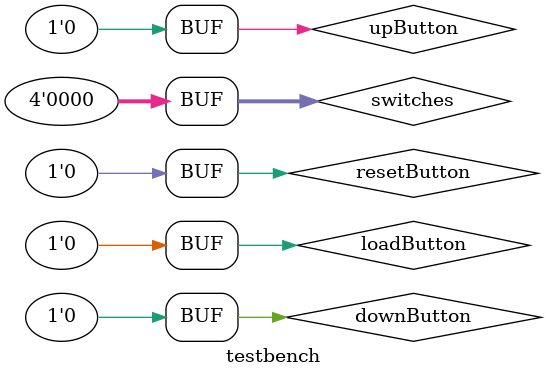
<source format=v>
`timescale 1ms/1us

module testbench();
	
	reg upButton;
	reg downButton;
	reg loadButton;
	reg resetButton;
	reg [3:0] switches;
	reg testClock;
	wire [3:0] counter;
	
	FourBitCounterWithLoad #(.CLOCK_SCALER_BITS(2)) u0sut (
		.upButton(upButton),
		.downButton(downButton),
		.loadButton(loadButton),
		.resetButton(resetButton),
		.switches(switches),
		.systemClock(testClock),
		.counter(counter)
	);

	
	parameter HIGH 	= 1'b1;
	parameter LOW	= 1'b0;
	
	initial
		begin
			
			upButton	= LOW;
			downButton	= LOW;
			loadButton	= LOW;
			resetButton = LOW;
			switches	= 4'b0000;
			
			#20  	resetButton = HIGH;
			#30		resetButton = LOW;
			
			#100	upButton	= HIGH;
			#400	upButton	= LOW;

			#200	upButton	= HIGH;
			#200	upButton	= LOW;

		end
	
endmodule
</source>
